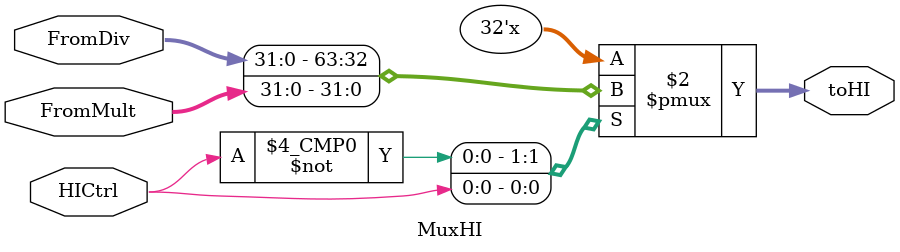
<source format=v>
module MuxHI (
input wire[31:0] FromDiv,
input wire[31:0] FromMult,
input wire[0:0] HICtrl,
output reg[31:0] toHI
);
parameter S0 = 0, S1 = 1;
always @(*) begin
	case(HICtrl)
		S0:
			toHI <= FromDiv;
		S1:
			toHI <= FromMult;
	endcase
end

endmodule

</source>
